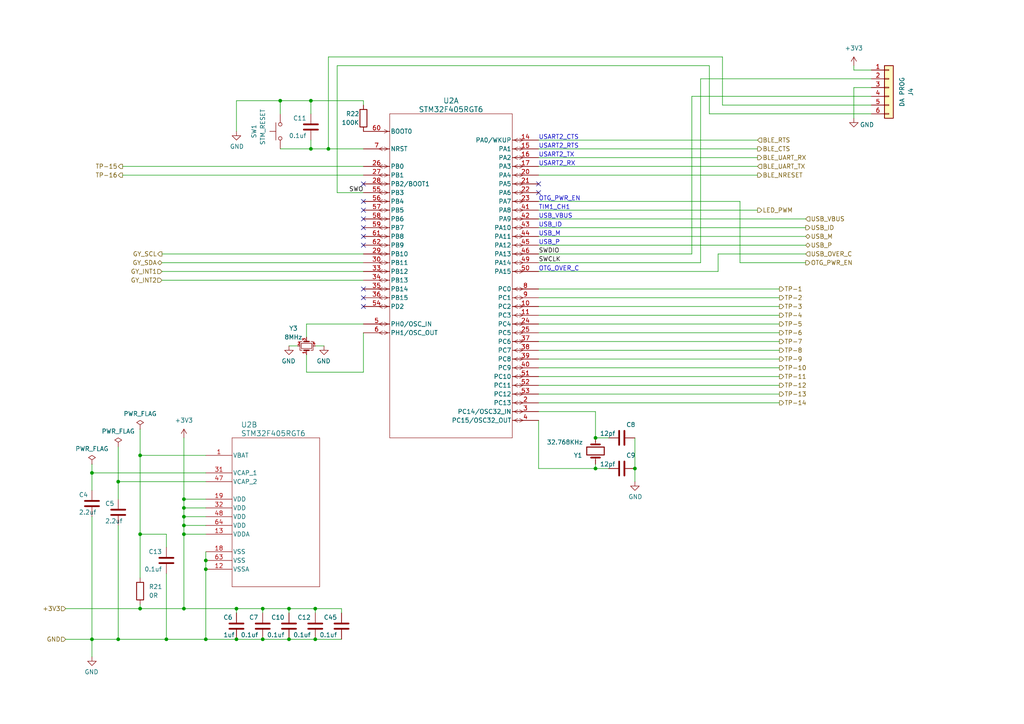
<source format=kicad_sch>
(kicad_sch (version 20230121) (generator eeschema)
  (paper "A4")
  (title_block (title "CPU") (date "2023-12-01") (rev "R0.1") (company "Up&Up") (comment 1 "Engineer: Pooh Cook") (comment 2 "Waddle Test Design"))
  (lib_symbols
    (symbol "Connector_Generic:Conn_01x06" (pin_names (offset 1.016) hide)
      (property "Reference" "J" (at 0 7.62 0))
      (property "Value" "Conn_01x06" (at 0 -10.16 0))
      (symbol "Conn_01x06_1_1"
        (pin passive line (at -5.08 5.08 0) (length 3.81) (name "Pin_1") (number "1"))
        (pin passive line (at -5.08 2.54 0) (length 3.81) (name "Pin_2") (number "2"))
        (pin passive line (at -5.08 0 0) (length 3.81) (name "Pin_3") (number "3"))
        (pin passive line (at -5.08 -2.54 0) (length 3.81) (name "Pin_4") (number "4"))
        (pin passive line (at -5.08 -5.08 0) (length 3.81) (name "Pin_5") (number "5"))
        (pin passive line (at -5.08 -7.62 0) (length 3.81) (name "Pin_6") (number "6"))
      )
    )
    (symbol "Device:C" (pin_numbers hide) (pin_names (offset 0.254))
      (property "Reference" "C" (at 0.635 2.54 0))
      (property "Value" "C" (at 0.635 -2.54 0))
      (symbol "C_1_1"
        (pin passive line (at 0 3.81 270) (length 2.794) (name "~") (number "1"))
        (pin passive line (at 0 -3.81 90) (length 2.794) (name "~") (number "2"))
      )
    )
    (symbol "Device:Crystal_GND24_Small" (pin_names (offset 1.016) hide)
      (property "Reference" "Y" (at 1.27 4.445 0))
      (property "Value" "Crystal_GND24_Small" (at 1.27 2.54 0))
      (symbol "Crystal_GND24_Small_1_1"
        (pin passive line (at -2.54 0 0) (length 1.27) (name "1") (number "1"))
        (pin passive line (at 0 -2.54 90) (length 0.635) (name "2") (number "2"))
        (pin passive line (at 2.54 0 180) (length 1.27) (name "3") (number "3"))
        (pin passive line (at 0 2.54 270) (length 0.635) (name "4") (number "4"))
      )
    )
    (symbol "Device:R" (pin_numbers hide) (pin_names (offset 0))
      (property "Reference" "R" (at 2.032 0 90))
      (property "Value" "R" (at 0 0 90))
      (symbol "R_1_1"
        (pin passive line (at 0 3.81 270) (length 1.27) (name "~") (number "1"))
        (pin passive line (at 0 -3.81 90) (length 1.27) (name "~") (number "2"))
      )
    )
    (symbol "local:STM32F405RGT6" (pin_names (offset 0.254))
      (property "Reference" "U" (at 25.4 10.16 0))
      (property "Value" "STM32F405RGT6" (at 25.4 7.62 0))
      (symbol "STM32F405RGT6_1_1"
        (pin bidirectional line (at 50.8 -50.8 180) (length 7.62) (name "PC2") (number "10"))
        (pin bidirectional line (at 50.8 -53.34 180) (length 7.62) (name "PC3") (number "11"))
        (pin bidirectional line (at 50.8 -2.54 180) (length 7.62) (name "PA0/WKUP") (number "14"))
        (pin bidirectional line (at 50.8 -5.08 180) (length 7.62) (name "PA1") (number "15"))
        (pin bidirectional line (at 50.8 -7.62 180) (length 7.62) (name "PA2") (number "16"))
        (pin bidirectional line (at 50.8 -10.16 180) (length 7.62) (name "PA3") (number "17"))
        (pin bidirectional line (at 50.8 -78.74 180) (length 7.62) (name "PC13") (number "2"))
        (pin bidirectional line (at 50.8 -12.7 180) (length 7.62) (name "PA4") (number "20"))
        (pin bidirectional line (at 50.8 -15.24 180) (length 7.62) (name "PA5") (number "21"))
        (pin bidirectional line (at 50.8 -17.78 180) (length 7.62) (name "PA6") (number "22"))
        (pin bidirectional line (at 50.8 -20.32 180) (length 7.62) (name "PA7") (number "23"))
        (pin bidirectional line (at 50.8 -55.88 180) (length 7.62) (name "PC4") (number "24"))
        (pin bidirectional line (at 50.8 -58.42 180) (length 7.62) (name "PC5") (number "25"))
        (pin bidirectional line (at 0 -10.16 0) (length 7.62) (name "PB0") (number "26"))
        (pin bidirectional line (at 0 -12.7 0) (length 7.62) (name "PB1") (number "27"))
        (pin bidirectional line (at 0 -15.24 0) (length 7.62) (name "PB2/BOOT1") (number "28"))
        (pin bidirectional line (at 0 -35.56 0) (length 7.62) (name "PB10") (number "29"))
        (pin bidirectional line (at 50.8 -81.28 180) (length 7.62) (name "PC14/OSC32_IN") (number "3"))
        (pin bidirectional line (at 0 -38.1 0) (length 7.62) (name "PB11") (number "30"))
        (pin bidirectional line (at 0 -40.64 0) (length 7.62) (name "PB12") (number "33"))
        (pin bidirectional line (at 0 -43.18 0) (length 7.62) (name "PB13") (number "34"))
        (pin bidirectional line (at 0 -45.72 0) (length 7.62) (name "PB14") (number "35"))
        (pin bidirectional line (at 0 -48.26 0) (length 7.62) (name "PB15") (number "36"))
        (pin bidirectional line (at 50.8 -60.96 180) (length 7.62) (name "PC6") (number "37"))
        (pin bidirectional line (at 50.8 -63.5 180) (length 7.62) (name "PC7") (number "38"))
        (pin bidirectional line (at 50.8 -66.04 180) (length 7.62) (name "PC8") (number "39"))
        (pin bidirectional line (at 50.8 -83.82 180) (length 7.62) (name "PC15/OSC32_OUT") (number "4"))
        (pin bidirectional line (at 50.8 -68.58 180) (length 7.62) (name "PC9") (number "40"))
        (pin bidirectional line (at 50.8 -22.86 180) (length 7.62) (name "PA8") (number "41"))
        (pin bidirectional line (at 50.8 -25.4 180) (length 7.62) (name "PA9") (number "42"))
        (pin bidirectional line (at 50.8 -27.94 180) (length 7.62) (name "PA10") (number "43"))
        (pin bidirectional line (at 50.8 -30.48 180) (length 7.62) (name "PA11") (number "44"))
        (pin bidirectional line (at 50.8 -33.02 180) (length 7.62) (name "PA12") (number "45"))
        (pin bidirectional line (at 50.8 -35.56 180) (length 7.62) (name "PA13") (number "46"))
        (pin bidirectional line (at 50.8 -38.1 180) (length 7.62) (name "PA14") (number "49"))
        (pin bidirectional line (at 0 -55.88 0) (length 7.62) (name "PH0/OSC_IN") (number "5"))
        (pin bidirectional line (at 50.8 -40.64 180) (length 7.62) (name "PA15") (number "50"))
        (pin bidirectional line (at 50.8 -71.12 180) (length 7.62) (name "PC10") (number "51"))
        (pin bidirectional line (at 50.8 -73.66 180) (length 7.62) (name "PC11") (number "52"))
        (pin bidirectional line (at 50.8 -76.2 180) (length 7.62) (name "PC12") (number "53"))
        (pin bidirectional line (at 0 -50.8 0) (length 7.62) (name "PD2") (number "54"))
        (pin bidirectional line (at 0 -17.78 0) (length 7.62) (name "PB3") (number "55"))
        (pin bidirectional line (at 0 -20.32 0) (length 7.62) (name "PB4") (number "56"))
        (pin bidirectional line (at 0 -22.86 0) (length 7.62) (name "PB5") (number "57"))
        (pin bidirectional line (at 0 -25.4 0) (length 7.62) (name "PB6") (number "58"))
        (pin bidirectional line (at 0 -27.94 0) (length 7.62) (name "PB7") (number "59"))
        (pin bidirectional line (at 0 -58.42 0) (length 7.62) (name "PH1/OSC_OUT") (number "6"))
        (pin input line (at 0 0 0) (length 7.62) (name "BOOT0") (number "60"))
        (pin bidirectional line (at 0 -30.48 0) (length 7.62) (name "PB8") (number "61"))
        (pin bidirectional line (at 0 -33.02 0) (length 7.62) (name "PB9") (number "62"))
        (pin bidirectional line (at 0 -5.08 0) (length 7.62) (name "NRST") (number "7"))
        (pin bidirectional line (at 50.8 -45.72 180) (length 7.62) (name "PC0") (number "8"))
        (pin bidirectional line (at 50.8 -48.26 180) (length 7.62) (name "PC1") (number "9"))
      )
      (symbol "STM32F405RGT6_2_1"
        (pin power_in line (at 0 0 0) (length 7.62) (name "VBAT") (number "1"))
        (pin power_in line (at 0 -33.02 0) (length 7.62) (name "VSSA") (number "12"))
        (pin power_in line (at 0 -22.86 0) (length 7.62) (name "VDDA") (number "13"))
        (pin power_in line (at 0 -27.94 0) (length 7.62) (name "VSS") (number "18"))
        (pin power_in line (at 0 -12.7 0) (length 7.62) (name "VDD") (number "19"))
        (pin power_in line (at 0 -5.08 0) (length 7.62) (name "VCAP_1") (number "31"))
        (pin power_in line (at 0 -15.24 0) (length 7.62) (name "VDD") (number "32"))
        (pin power_in line (at 0 -7.62 0) (length 7.62) (name "VCAP_2") (number "47"))
        (pin power_in line (at 0 -17.78 0) (length 7.62) (name "VDD") (number "48"))
        (pin power_in line (at 0 -30.48 0) (length 7.62) (name "VSS") (number "63"))
        (pin power_in line (at 0 -20.32 0) (length 7.62) (name "VDD") (number "64"))
      )
    )
    (symbol "local_symbols:SW_Push" (pin_numbers hide) (pin_names (offset 1.016) hide)
      (property "Reference" "SW" (at 1.27 2.54 0))
      (property "Value" "SW_Push" (at 0 -1.524 0))
      (symbol "SW_Push_0_1"
        (pin passive line (at -5.08 0 0) (length 2.54) (name "1") (number "1"))
        (pin passive line (at 5.08 0 180) (length 2.54) (name "2") (number "2"))
      )
    )
    (symbol "power:+3V3" (power) (pin_names (offset 0))
      (property "Value" "+3V3" (at 0 3.556 0))
      (symbol "+3V3_1_1"
        (pin power_in line (at 0 0 90) (length 0) hide (name "+3V3") (number "1"))
      )
    )
    (symbol "power:GND" (power) (pin_names (offset 0))
      (property "Value" "GND" (at 0 -3.81 0))
      (symbol "GND_1_1"
        (pin power_in line (at 0 0 270) (length 0) hide (name "GND") (number "1"))
      )
    )
    (symbol "power:PWR_FLAG" (power) (pin_numbers hide) (pin_names (offset 0) hide)
      (property "Value" "PWR_FLAG" (at 0 3.81 0))
      (symbol "PWR_FLAG_0_0"
        (pin power_out line (at 0 0 90) (length 0) (name "pwr") (number "1"))
      )
    )
    (symbol "sb4_module_local:Crystal" (pin_numbers hide) (pin_names (offset 1.016) hide)
      (property "Reference" "Y" (at 0 3.81 0))
      (property "Value" "Crystal" (at 0 -3.81 0))
      (symbol "Crystal_1_1"
        (pin passive line (at -3.81 0 0) (length 1.27) (name "1") (number "1"))
        (pin passive line (at 3.81 0 180) (length 1.27) (name "2") (number "2"))
      )
    )
  )
  (junction (at 90.17 43.18))
  (junction (at 53.34 176.53))
  (junction (at 59.69 165.1))
  (junction (at 48.26 185.42))
  (junction (at 68.58 185.42))
  (junction (at 53.34 152.4))
  (junction (at 40.64 132.08))
  (junction (at 53.34 144.78))
  (junction (at 91.44 185.42))
  (junction (at 34.29 185.42))
  (junction (at 172.72 127))
  (junction (at 95.25 43.18))
  (junction (at 40.64 176.53))
  (junction (at 83.82 176.53))
  (junction (at 76.2 176.53))
  (junction (at 172.72 135.89))
  (junction (at 53.34 149.86))
  (junction (at 59.69 185.42))
  (junction (at 76.2 185.42))
  (junction (at 68.58 176.53))
  (junction (at 90.17 29.21))
  (junction (at 34.29 139.7))
  (junction (at 184.15 135.89))
  (junction (at 40.64 154.94))
  (junction (at 91.44 176.53))
  (junction (at 81.28 29.21))
  (junction (at 53.34 147.32))
  (junction (at 26.67 137.16))
  (junction (at 59.69 162.56))
  (junction (at 26.67 185.42))
  (junction (at 83.82 185.42))
  (junction (at 53.34 154.94))
  (no_connect (at 105.41 58.42))
  (no_connect (at 105.41 63.5))
  (no_connect (at 105.41 66.04))
  (no_connect (at 105.41 60.96))
  (no_connect (at 105.41 83.82))
  (no_connect (at 105.41 53.34))
  (no_connect (at 105.41 88.9))
  (no_connect (at 156.21 55.88))
  (no_connect (at 156.21 53.34))
  (no_connect (at 105.41 86.36))
  (no_connect (at 105.41 71.12))
  (no_connect (at 105.41 68.58))
  (wire (pts (xy 156.21 73.66) (xy 200.66 73.66)))
  (wire (pts (xy 83.82 185.42) (xy 76.2 185.42)))
  (wire (pts (xy 34.29 144.78) (xy 34.29 139.7)))
  (wire (pts (xy 91.44 176.53) (xy 83.82 176.53)))
  (wire (pts (xy 200.66 27.94) (xy 252.73 27.94)))
  (wire (pts (xy 48.26 154.94) (xy 40.64 154.94)))
  (wire (pts (xy 156.21 106.68) (xy 226.06 106.68)))
  (wire (pts (xy 156.21 40.64) (xy 219.71 40.64)))
  (wire (pts (xy 156.21 58.42) (xy 214.63 58.42)))
  (wire (pts (xy 91.44 100.33) (xy 93.98 100.33)))
  (wire (pts (xy 203.2 22.86) (xy 203.2 76.2)))
  (wire (pts (xy 176.53 135.89) (xy 172.72 135.89)))
  (wire (pts (xy 59.69 160.02) (xy 59.69 162.56)))
  (wire (pts (xy 19.05 185.42) (xy 26.67 185.42)))
  (wire (pts (xy 88.9 107.95) (xy 105.41 107.95)))
  (wire (pts (xy 99.06 176.53) (xy 91.44 176.53)))
  (wire (pts (xy 83.82 176.53) (xy 83.82 177.8)))
  (wire (pts (xy 88.9 97.79) (xy 88.9 93.98)))
  (wire (pts (xy 156.21 76.2) (xy 203.2 76.2)))
  (wire (pts (xy 209.55 16.51) (xy 209.55 30.48)))
  (wire (pts (xy 68.58 185.42) (xy 76.2 185.42)))
  (wire (pts (xy 91.44 185.42) (xy 83.82 185.42)))
  (wire (pts (xy 205.74 33.02) (xy 205.74 19.05)))
  (wire (pts (xy 156.21 68.58) (xy 233.68 68.58)))
  (wire (pts (xy 53.34 149.86) (xy 53.34 152.4)))
  (wire (pts (xy 156.21 48.26) (xy 219.71 48.26)))
  (wire (pts (xy 105.41 48.26) (xy 35.56 48.26)))
  (wire (pts (xy 68.58 176.53) (xy 68.58 177.8)))
  (wire (pts (xy 156.21 91.44) (xy 226.06 91.44)))
  (wire (pts (xy 95.25 43.18) (xy 105.41 43.18)))
  (wire (pts (xy 26.67 142.24) (xy 26.67 137.16)))
  (wire (pts (xy 247.65 20.32) (xy 247.65 19.05)))
  (wire (pts (xy 53.34 149.86) (xy 59.69 149.86)))
  (wire (pts (xy 34.29 139.7) (xy 59.69 139.7)))
  (wire (pts (xy 156.21 114.3) (xy 226.06 114.3)))
  (wire (pts (xy 53.34 144.78) (xy 53.34 147.32)))
  (wire (pts (xy 48.26 166.37) (xy 48.26 185.42)))
  (wire (pts (xy 46.99 78.74) (xy 105.41 78.74)))
  (wire (pts (xy 252.73 25.4) (xy 247.65 25.4)))
  (wire (pts (xy 46.99 76.2) (xy 105.41 76.2)))
  (wire (pts (xy 97.79 55.88) (xy 105.41 55.88)))
  (wire (pts (xy 156.21 109.22) (xy 226.06 109.22)))
  (wire (pts (xy 172.72 135.89) (xy 156.21 135.89)))
  (wire (pts (xy 205.74 33.02) (xy 252.73 33.02)))
  (wire (pts (xy 59.69 165.1) (xy 59.69 185.42)))
  (wire (pts (xy 247.65 25.4) (xy 247.65 34.29)))
  (wire (pts (xy 83.82 176.53) (xy 76.2 176.53)))
  (wire (pts (xy 40.64 154.94) (xy 40.64 167.64)))
  (wire (pts (xy 59.69 185.42) (xy 68.58 185.42)))
  (wire (pts (xy 184.15 135.89) (xy 184.15 139.7)))
  (wire (pts (xy 208.28 73.66) (xy 233.68 73.66)))
  (wire (pts (xy 59.69 144.78) (xy 53.34 144.78)))
  (wire (pts (xy 214.63 76.2) (xy 233.68 76.2)))
  (wire (pts (xy 172.72 127) (xy 172.72 119.38)))
  (wire (pts (xy 68.58 176.53) (xy 76.2 176.53)))
  (wire (pts (xy 68.58 29.21) (xy 68.58 38.1)))
  (wire (pts (xy 90.17 43.18) (xy 95.25 43.18)))
  (wire (pts (xy 90.17 29.21) (xy 90.17 33.02)))
  (wire (pts (xy 40.64 176.53) (xy 40.64 175.26)))
  (wire (pts (xy 81.28 43.18) (xy 90.17 43.18)))
  (wire (pts (xy 156.21 101.6) (xy 226.06 101.6)))
  (wire (pts (xy 156.21 63.5) (xy 233.68 63.5)))
  (wire (pts (xy 95.25 16.51) (xy 209.55 16.51)))
  (wire (pts (xy 156.21 86.36) (xy 226.06 86.36)))
  (wire (pts (xy 26.67 134.62) (xy 26.67 137.16)))
  (wire (pts (xy 252.73 20.32) (xy 247.65 20.32)))
  (wire (pts (xy 53.34 147.32) (xy 59.69 147.32)))
  (wire (pts (xy 90.17 29.21) (xy 105.41 29.21)))
  (wire (pts (xy 209.55 30.48) (xy 252.73 30.48)))
  (wire (pts (xy 156.21 78.74) (xy 208.28 78.74)))
  (wire (pts (xy 53.34 147.32) (xy 53.34 149.86)))
  (wire (pts (xy 97.79 19.05) (xy 97.79 55.88)))
  (wire (pts (xy 105.41 96.52) (xy 105.41 107.95)))
  (wire (pts (xy 172.72 119.38) (xy 156.21 119.38)))
  (wire (pts (xy 156.21 83.82) (xy 226.06 83.82)))
  (wire (pts (xy 34.29 129.54) (xy 34.29 139.7)))
  (wire (pts (xy 156.21 111.76) (xy 226.06 111.76)))
  (wire (pts (xy 95.25 16.51) (xy 95.25 43.18)))
  (wire (pts (xy 40.64 124.46) (xy 40.64 132.08)))
  (wire (pts (xy 105.41 50.8) (xy 35.56 50.8)))
  (wire (pts (xy 91.44 185.42) (xy 99.06 185.42)))
  (wire (pts (xy 156.21 88.9) (xy 226.06 88.9)))
  (wire (pts (xy 99.06 177.8) (xy 99.06 176.53)))
  (wire (pts (xy 156.21 66.04) (xy 233.68 66.04)))
  (wire (pts (xy 46.99 81.28) (xy 105.41 81.28)))
  (wire (pts (xy 172.72 134.62) (xy 172.72 135.89)))
  (wire (pts (xy 26.67 149.86) (xy 26.67 185.42)))
  (wire (pts (xy 40.64 176.53) (xy 53.34 176.53)))
  (wire (pts (xy 176.53 127) (xy 172.72 127)))
  (wire (pts (xy 34.29 185.42) (xy 48.26 185.42)))
  (wire (pts (xy 26.67 185.42) (xy 26.67 190.5)))
  (wire (pts (xy 81.28 29.21) (xy 81.28 33.02)))
  (wire (pts (xy 91.44 176.53) (xy 91.44 177.8)))
  (wire (pts (xy 208.28 78.74) (xy 208.28 73.66)))
  (wire (pts (xy 156.21 60.96) (xy 219.71 60.96)))
  (wire (pts (xy 203.2 22.86) (xy 252.73 22.86)))
  (wire (pts (xy 19.05 176.53) (xy 40.64 176.53)))
  (wire (pts (xy 156.21 96.52) (xy 226.06 96.52)))
  (wire (pts (xy 48.26 185.42) (xy 59.69 185.42)))
  (wire (pts (xy 59.69 132.08) (xy 40.64 132.08)))
  (wire (pts (xy 184.15 127) (xy 184.15 135.89)))
  (wire (pts (xy 53.34 152.4) (xy 53.34 154.94)))
  (wire (pts (xy 26.67 137.16) (xy 59.69 137.16)))
  (wire (pts (xy 53.34 176.53) (xy 68.58 176.53)))
  (wire (pts (xy 156.21 71.12) (xy 233.68 71.12)))
  (wire (pts (xy 214.63 58.42) (xy 214.63 76.2)))
  (wire (pts (xy 53.34 152.4) (xy 59.69 152.4)))
  (wire (pts (xy 156.21 104.14) (xy 226.06 104.14)))
  (wire (pts (xy 53.34 154.94) (xy 59.69 154.94)))
  (wire (pts (xy 34.29 152.4) (xy 34.29 185.42)))
  (wire (pts (xy 81.28 29.21) (xy 90.17 29.21)))
  (wire (pts (xy 48.26 158.75) (xy 48.26 154.94)))
  (wire (pts (xy 53.34 127) (xy 53.34 144.78)))
  (wire (pts (xy 59.69 162.56) (xy 59.69 165.1)))
  (wire (pts (xy 156.21 43.18) (xy 219.71 43.18)))
  (wire (pts (xy 76.2 176.53) (xy 76.2 177.8)))
  (wire (pts (xy 88.9 102.87) (xy 88.9 107.95)))
  (wire (pts (xy 46.99 73.66) (xy 105.41 73.66)))
  (wire (pts (xy 156.21 45.72) (xy 219.71 45.72)))
  (wire (pts (xy 26.67 185.42) (xy 34.29 185.42)))
  (wire (pts (xy 156.21 50.8) (xy 219.71 50.8)))
  (wire (pts (xy 105.41 29.21) (xy 105.41 30.48)))
  (wire (pts (xy 156.21 99.06) (xy 226.06 99.06)))
  (wire (pts (xy 156.21 93.98) (xy 226.06 93.98)))
  (wire (pts (xy 40.64 132.08) (xy 40.64 154.94)))
  (wire (pts (xy 83.82 100.33) (xy 86.36 100.33)))
  (wire (pts (xy 90.17 40.64) (xy 90.17 43.18)))
  (wire (pts (xy 88.9 93.98) (xy 105.41 93.98)))
  (wire (pts (xy 205.74 19.05) (xy 97.79 19.05)))
  (wire (pts (xy 200.66 27.94) (xy 200.66 73.66)))
  (wire (pts (xy 156.21 121.92) (xy 156.21 135.89)))
  (wire (pts (xy 53.34 154.94) (xy 53.34 176.53)))
  (wire (pts (xy 68.58 29.21) (xy 81.28 29.21)))
  (wire (pts (xy 156.21 116.84) (xy 226.06 116.84)))
  (text "USART2_RTS" (at 156.21 43.18 0) (effects (font (size 1.27 1.27)) (justify left bottom)))
  (text "USB_VBUS" (at 156.21 63.5 0) (effects (font (size 1.27 1.27)) (justify left bottom)))
  (text "OTG_PWR_EN" (at 156.21 58.42 0) (effects (font (size 1.27 1.27)) (justify left bottom)))
  (text "USART2_TX" (at 156.21 45.72 0) (effects (font (size 1.27 1.27)) (justify left bottom)))
  (text "USART2_CTS" (at 156.21 40.64 0) (effects (font (size 1.27 1.27)) (justify left bottom)))
  (text "USB_ID" (at 156.21 66.04 0) (effects (font (size 1.27 1.27)) (justify left bottom)))
  (text "OTG_OVER_C" (at 156.21 78.74 0) (effects (font (size 1.27 1.27)) (justify left bottom)))
  (text "USART2_RX" (at 156.21 48.26 0) (effects (font (size 1.27 1.27)) (justify left bottom)))
  (text "USB_M\n" (at 156.21 68.58 0) (effects (font (size 1.27 1.27)) (justify left bottom)))
  (text "TIM1_CH1" (at 156.21 60.96 0) (effects (font (size 1.27 1.27)) (justify left bottom)))
  (text "USB_P" (at 156.21 71.12 0) (effects (font (size 1.27 1.27)) (justify left bottom)))
  (label "SWO" (at 105.41 55.88 180))
  (label "SWCLK" (at 156.21 76.2 0))
  (label "SWDIO" (at 156.21 73.66 0))
  (hierarchical_label "TP-16" (shape output) (at 35.56 50.8 180))
  (hierarchical_label "BLE_NRESET" (shape output) (at 219.71 50.8 0))
  (hierarchical_label "GY_INT2" (shape input) (at 46.99 81.28 180))
  (hierarchical_label "TP-7" (shape output) (at 226.06 99.06 0))
  (hierarchical_label "TP-9" (shape output) (at 226.06 104.14 0))
  (hierarchical_label "OTG_PWR_EN" (shape output) (at 233.68 76.2 0))
  (hierarchical_label "TP-2" (shape output) (at 226.06 86.36 0))
  (hierarchical_label "TP-3" (shape output) (at 226.06 88.9 0))
  (hierarchical_label "GY_SCL" (shape output) (at 46.99 73.66 180))
  (hierarchical_label "USB_P" (shape bidirectional) (at 233.68 71.12 0))
  (hierarchical_label "TP-8" (shape output) (at 226.06 101.6 0))
  (hierarchical_label "TP-12" (shape output) (at 226.06 111.76 0))
  (hierarchical_label "TP-14" (shape output) (at 226.06 116.84 0))
  (hierarchical_label "USB_ID" (shape output) (at 233.68 66.04 0))
  (hierarchical_label "TP-15" (shape output) (at 35.56 48.26 180))
  (hierarchical_label "BLE_RTS" (shape input) (at 219.71 40.64 0))
  (hierarchical_label "TP-5" (shape output) (at 226.06 93.98 0))
  (hierarchical_label "BLE_UART_RX" (shape output) (at 219.71 45.72 0))
  (hierarchical_label "TP-4" (shape output) (at 226.06 91.44 0))
  (hierarchical_label "GY_INT1" (shape input) (at 46.99 78.74 180))
  (hierarchical_label "TP-1" (shape output) (at 226.06 83.82 0))
  (hierarchical_label "TP-13" (shape output) (at 226.06 114.3 0))
  (hierarchical_label "USB_M" (shape bidirectional) (at 233.68 68.58 0))
  (hierarchical_label "TP-6" (shape output) (at 226.06 96.52 0))
  (hierarchical_label "USB_VBUS" (shape input) (at 233.68 63.5 0))
  (hierarchical_label "USB_OVER_C" (shape input) (at 233.68 73.66 0))
  (hierarchical_label "+3V3" (shape input) (at 19.05 176.53 180))
  (hierarchical_label "BLE_CTS" (shape output) (at 219.71 43.18 0))
  (hierarchical_label "TP-10" (shape output) (at 226.06 106.68 0))
  (hierarchical_label "GND" (shape input) (at 19.05 185.42 180))
  (hierarchical_label "BLE_UART_TX" (shape input) (at 219.71 48.26 0))
  (hierarchical_label "LED_PWM" (shape output) (at 219.71 60.96 0))
  (hierarchical_label "GY_SDA" (shape bidirectional) (at 46.99 76.2 180))
  (hierarchical_label "TP-11" (shape output) (at 226.06 109.22 0))
  (symbol (lib_id "Device:C") (at 180.34 127 90) (unit 1)
    (property "Reference" "C8" (at 181.61 123.19 90) (effects (justify right)))
    (property "Value" "12pf" (at 173.99 125.73 90) (effects (justify right)))
    (property "Footprint" "Capacitor_SMD:C_0603_1608Metric" (effects hide))
    (property "Datasheet" "https://www.yageo.com/upload/media/product/productsearch/datasheet/mlcc/UPY-GP_NP0_16V-to-50V_18.pdf" (effects hide))
    (property "PartNumber" "TCC0603COG120J500CT" (effects hide))
    (property "LCSC Part Number" "C376767" (effects hide))
    (property "cost" "0.0016" (effects hide))
    (instances (project "waddle" (path "" (reference "C8") (unit 1))) (project "SCH_SB4_TestFixture" (path "" (reference "C39") (unit 1))) (project "sb4_module" (path "" (reference "C39") (unit 1))) (project "lumpy" (path "" (reference "C6") (unit 1))))
  )
  (symbol (lib_id "power:GND") (at 184.15 139.7 0) (unit 1)
    (property "Reference" "#PWR07" (effects hide))
    (property "Value" "GND" (at 184.277 144.0942 0))
    (instances (project "waddle" (path "" (reference "#PWR07") (unit 1))) (project "SCH_SB4_TestFixture" (path "" (reference "#PWR065") (unit 1))) (project "sb4_module" (path "" (reference "#PWR065") (unit 1))) (project "lumpy" (path "" (reference "#PWR06") (unit 1))))
  )
  (symbol (lib_id "sb4_module_local:Crystal") (at 172.72 130.81 90) (unit 1)
    (property "Reference" "Y1" (at 167.64 132.08 90))
    (property "Value" "32.768KHz" (at 163.83 128.27 90))
    (property "Footprint" "local:Crystal_SMD_3215-2Pin_3.2x1.5mm" (effects hide))
    (property "PartNumber" "CM7V-T1A-32.768KHZ-12.5PF" (effects hide))
    (property "LCSC Part Number" "C48615" (effects hide))
    (property "cost" "0.1535" (effects hide))
    (instances (project "waddle" (path "" (reference "Y1") (unit 1))) (project "SCH_SB4_TestFixture" (path "" (reference "Y2") (unit 1))) (project "sb4_module" (path "" (reference "Y2") (unit 1))) (project "lumpy" (path "" (reference "Y1") (unit 1))))
  )
  (symbol (lib_id "Device:C") (at 180.34 135.89 90) (unit 1)
    (property "Reference" "C9" (at 181.61 132.08 90) (effects (justify right)))
    (property "Value" "12pf" (at 173.99 134.62 90) (effects (justify right)))
    (property "Footprint" "Capacitor_SMD:C_0603_1608Metric" (effects hide))
    (property "Datasheet" "https://www.yageo.com/upload/media/product/productsearch/datasheet/mlcc/UPY-GP_NP0_16V-to-50V_18.pdf" (effects hide))
    (property "PartNumber" "TCC0603COG120J500CT" (effects hide))
    (property "LCSC Part Number" "C376767" (effects hide))
    (property "cost" "0.0016" (effects hide))
    (instances (project "waddle" (path "" (reference "C9") (unit 1))) (project "SCH_SB4_TestFixture" (path "" (reference "C40") (unit 1))) (project "sb4_module" (path "" (reference "C40") (unit 1))) (project "lumpy" (path "" (reference "C7") (unit 1))))
  )
  (symbol (lib_id "Device:R") (at 105.41 34.29 0) (unit 1)
    (property "Reference" "R22" (at 100.33 33.02 0) (effects (justify left)))
    (property "Value" "100K" (at 99.06 35.56 0) (effects (justify left)))
    (property "Footprint" "Resistor_SMD:R_0603_1608Metric" (effects hide))
    (property "LCSC Part Number" "C25803" (effects hide))
    (property "PartNumber" "0603WAF1003T5E" (effects hide))
    (property "cost" "0.0005" (effects hide))
    (instances (project "waddle" (path "" (reference "R22") (unit 1))) (project "SCH_SB4_TestFixture" (path "" (reference "R98") (unit 1))) (project "sb4_module" (path "" (reference "R37") (unit 1))) (project "lumpy" (path "" (reference "R2") (unit 1))))
  )
  (symbol (lib_id "power:GND") (at 68.58 38.1 0) (unit 1)
    (property "Reference" "#PWR06" (effects hide))
    (property "Value" "GND" (at 68.707 42.4942 0))
    (instances (project "waddle" (path "" (reference "#PWR06") (unit 1))) (project "SCH_SB4_TestFixture" (path "" (reference "#PWR068") (unit 1))) (project "sb4_module" (path "" (reference "#PWR068") (unit 1))) (project "lumpy" (path "" (reference "#PWR09") (unit 1))))
  )
  (symbol (lib_id "Device:C") (at 68.58 181.61 0) (mirror y) (unit 1)
    (property "Reference" "C6" (at 64.77 179.07 0) (effects (justify right)))
    (property "Value" "1uf" (at 64.77 184.15 0) (effects (justify right)))
    (property "Footprint" "Capacitor_SMD:C_0603_1608Metric" (effects hide))
    (property "Datasheet" "Samsung-Electro-Mechanics-CL21B105KBFNNNE_C28323.pdf" (effects hide))
    (property "PartNumber" "CL10A105KB8NNNC" (effects hide))
    (property "LCSC Part Number" "C15849" (effects hide))
    (property "cost" "0.0031" (effects hide))
    (instances (project "waddle" (path "" (reference "C6") (unit 1))) (project "SCH_SB4_TestFixture" (path "" (reference "C42") (unit 1))) (project "sb4_module" (path "" (reference "C42") (unit 1))) (project "lumpy" (path "" (reference "C9") (unit 1))))
  )
  (symbol (lib_id "Device:C") (at 76.2 181.61 0) (mirror y) (unit 1)
    (property "Reference" "C7" (at 74.93 179.07 0) (effects (justify left)))
    (property "Value" "0.1uf" (at 74.93 184.15 0) (effects (justify left)))
    (property "Footprint" "Capacitor_SMD:C_0603_1608Metric" (effects hide))
    (property "PartNumber" "CC0603KRX7R9BB104" (effects hide))
    (property "LCSC Part Number" "C14663" (effects hide))
    (property "cost" "0.0013" (effects hide))
    (instances (project "waddle" (path "" (reference "C7") (unit 1))) (project "SCH_SB4_TestFixture" (path "" (reference "C43") (unit 1))) (project "sb4_module" (path "" (reference "C43") (unit 1))) (project "lumpy" (path "" (reference "C10") (unit 1))))
  )
  (symbol (lib_id "Device:C") (at 83.82 181.61 0) (mirror y) (unit 1)
    (property "Reference" "C10" (at 82.55 179.07 0) (effects (justify left)))
    (property "Value" "0.1uf" (at 82.55 184.15 0) (effects (justify left)))
    (property "Footprint" "Capacitor_SMD:C_0603_1608Metric" (effects hide))
    (property "PartNumber" "CC0603KRX7R9BB104" (effects hide))
    (property "LCSC Part Number" "C14663" (effects hide))
    (property "cost" "0.0013" (effects hide))
    (instances (project "waddle" (path "" (reference "C10") (unit 1))) (project "SCH_SB4_TestFixture" (path "" (reference "C44") (unit 1))) (project "sb4_module" (path "" (reference "C44") (unit 1))) (project "lumpy" (path "" (reference "C11") (unit 1))))
  )
  (symbol (lib_id "Device:C") (at 91.44 181.61 0) (mirror y) (unit 1)
    (property "Reference" "C12" (at 90.17 179.07 0) (effects (justify left)))
    (property "Value" "0.1uf" (at 90.17 184.15 0) (effects (justify left)))
    (property "Footprint" "Capacitor_SMD:C_0603_1608Metric" (effects hide))
    (property "PartNumber" "CC0603KRX7R9BB104" (effects hide))
    (property "LCSC Part Number" "C14663" (effects hide))
    (property "cost" "0.0013" (effects hide))
    (instances (project "waddle" (path "" (reference "C12") (unit 1))) (project "SCH_SB4_TestFixture" (path "" (reference "C45") (unit 1))) (project "sb4_module" (path "" (reference "C45") (unit 1))) (project "lumpy" (path "" (reference "C12") (unit 1))))
  )
  (symbol (lib_id "Device:C") (at 48.26 162.56 0) (mirror y) (unit 1)
    (property "Reference" "C13" (at 46.99 160.02 0) (effects (justify left)))
    (property "Value" "0.1uf" (at 46.99 165.1 0) (effects (justify left)))
    (property "Footprint" "Capacitor_SMD:C_0603_1608Metric" (effects hide))
    (property "PartNumber" "CC0603KRX7R9BB104" (effects hide))
    (property "LCSC Part Number" "C14663" (effects hide))
    (property "cost" "0.0013" (effects hide))
    (instances (project "waddle" (path "" (reference "C13") (unit 1))) (project "SCH_SB4_TestFixture" (path "" (reference "C46") (unit 1))) (project "sb4_module" (path "" (reference "C46") (unit 1))) (project "lumpy" (path "" (reference "C13") (unit 1))))
  )
  (symbol (lib_id "power:GND") (at 26.67 190.5 0) (mirror y) (unit 1)
    (property "Reference" "#PWR04" (effects hide))
    (property "Value" "GND" (at 26.543 194.8942 0))
    (instances (project "waddle" (path "" (reference "#PWR04") (unit 1))) (project "SCH_SB4_TestFixture" (path "" (reference "#PWR066") (unit 1))) (project "sb4_module" (path "" (reference "#PWR066") (unit 1))) (project "lumpy" (path "" (reference "#PWR05") (unit 1))))
  )
  (symbol (lib_id "power:PWR_FLAG") (at 40.64 124.46 0) (unit 1)
    (property "Reference" "#FLG03" (effects hide))
    (property "Value" "PWR_FLAG" (at 40.64 120.015 0))
    (instances (project "waddle" (path "" (reference "#FLG03") (unit 1))) (project "SCH_SB4_TestFixture" (path "" (reference "#FLG04") (unit 1))) (project "sb4_module" (path "" (reference "#FLG04") (unit 1))) (project "lumpy" (path "" (reference "#FLG01") (unit 1))))
  )
  (symbol (lib_id "Device:C") (at 99.06 181.61 0) (mirror y) (unit 1)
    (property "Reference" "C45" (at 97.79 179.07 0) (effects (justify left)))
    (property "Value" "0.1uf" (at 97.79 184.15 0) (effects (justify left)))
    (property "Footprint" "Capacitor_SMD:C_0603_1608Metric" (effects hide))
    (property "PartNumber" "CC0603KRX7R9BB104" (effects hide))
    (property "LCSC Part Number" "C14663" (effects hide))
    (property "cost" "0.0013" (effects hide))
    (instances (project "waddle" (path "" (reference "C45") (unit 1))) (project "SCH_SB4_TestFixture" (path "" (reference "C45") (unit 1))) (project "sb4_module" (path "" (reference "C45") (unit 1))) (project "lumpy" (path "" (reference "C12") (unit 1))))
  )
  (symbol (lib_id "power:+3V3") (at 247.65 19.05 0) (unit 1)
    (property "Reference" "#PWR08" (effects hide))
    (property "Value" "+3V3" (at 247.65 13.97 0))
    (instances (project "waddle" (path "" (reference "#PWR08") (unit 1))) (project "SCH_SB4_TestFixture" (path "" (reference "#PWR0115") (unit 1))) (project "sb4_module" (path "" (reference "#PWR0115") (unit 1))) (project "lumpy" (path "" (reference "#PWR011") (unit 1))))
  )
  (symbol (lib_id "Connector_Generic:Conn_01x06") (at 257.81 25.4 0) (unit 1)
    (property "Reference" "J4" (at 264.16 26.67 90))
    (property "Value" "DA PROG" (at 261.62 26.67 90))
    (property "Footprint" "local:CONN_20021221-00006T4LF_AMP" (effects hide))
    (instances (project "waddle" (path "" (reference "J4") (unit 1))) (project "lumpy" (path "" (reference "J7") (unit 1)) (path "" (reference "J4") (unit 1))))
  )
  (symbol (lib_id "Device:C") (at 26.67 146.05 0) (mirror y) (unit 1)
    (property "Reference" "C4" (at 22.86 143.51 0) (effects (justify right)))
    (property "Value" "2.2uf" (at 22.86 148.59 0) (effects (justify right)))
    (property "Footprint" "Capacitor_SMD:C_0603_1608Metric" (effects hide))
    (property "PartNumber" "CL10A225KO8NNNC" (effects hide))
    (property "LCSC Part Number" "C23630" (effects hide))
    (property "cost" "0.0043" (effects hide))
    (instances (project "waddle" (path "" (reference "C4") (unit 1))) (project "SCH_SB4_TestFixture" (path "" (reference "C42") (unit 1))) (project "sb4_module" (path "" (reference "C42") (unit 1))) (project "lumpy" (path "" (reference "C9") (unit 1))))
  )
  (symbol (lib_id "Device:C") (at 34.29 148.59 0) (mirror y) (unit 1)
    (property "Reference" "C5" (at 30.48 146.05 0) (effects (justify right)))
    (property "Value" "2.2uf" (at 30.48 151.13 0) (effects (justify right)))
    (property "Footprint" "Capacitor_SMD:C_0603_1608Metric" (effects hide))
    (property "PartNumber" "CL10A225KO8NNNC" (effects hide))
    (property "LCSC Part Number" "C23630" (effects hide))
    (property "cost" "0.0043" (effects hide))
    (instances (project "waddle" (path "" (reference "C5") (unit 1))) (project "SCH_SB4_TestFixture" (path "" (reference "C42") (unit 1))) (project "sb4_module" (path "" (reference "C42") (unit 1))) (project "lumpy" (path "" (reference "C9") (unit 1))))
  )
  (symbol (lib_id "local_symbols:SW_Push") (at 81.28 38.1 90) (unit 1)
    (property "Reference" "SW1" (at 73.66 38.1 0))
    (property "Value" "STM_RESET" (at 76.2 36.83 0))
    (property "Footprint" "local:SW-4_5.1x5.1x2.5" (effects hide))
    (property "LCSC Part Number" "C318887" (effects hide))
    (property "PartNumber" "TS-1187A-C-E-B" (effects hide))
    (property "cost" "0.021" (effects hide))
  )
  (symbol (lib_id "power:+3V3") (at 53.34 127 0) (unit 1)
    (property "Reference" "#PWR05" (effects hide))
    (property "Value" "+3V3" (at 53.34 121.92 0))
    (instances (project "waddle" (path "" (reference "#PWR05") (unit 1))) (project "SCH_SB4_TestFixture" (path "" (reference "#PWR0115") (unit 1))) (project "sb4_module" (path "" (reference "#PWR0115") (unit 1))) (project "lumpy" (path "" (reference "#PWR010") (unit 1))))
  )
  (symbol (lib_id "power:PWR_FLAG") (at 34.29 129.54 0) (unit 1)
    (property "Reference" "#FLG02" (effects hide))
    (property "Value" "PWR_FLAG" (at 34.29 125.095 0))
    (instances (project "waddle" (path "" (reference "#FLG02") (unit 1))) (project "SCH_SB4_TestFixture" (path "" (reference "#FLG04") (unit 1))) (project "sb4_module" (path "" (reference "#FLG04") (unit 1))) (project "lumpy" (path "" (reference "#FLG01") (unit 1))))
  )
  (symbol (lib_id "power:GND") (at 93.98 100.33 0) (mirror y) (unit 1)
    (property "Reference" "#PWR023" (effects hide))
    (property "Value" "GND" (at 93.853 104.7242 0))
    (instances (project "waddle" (path "" (reference "#PWR023") (unit 1))) (project "SCH_SB4_TestFixture" (path "" (reference "#PWR065") (unit 1))) (project "sb4_module" (path "" (reference "#PWR065") (unit 1))) (project "lumpy" (path "" (reference "#PWR06") (unit 1))))
  )
  (symbol (lib_id "Device:C") (at 90.17 36.83 0) (mirror y) (unit 1)
    (property "Reference" "C11" (at 88.9 34.29 0) (effects (justify left)))
    (property "Value" "0.1uf" (at 88.9 39.37 0) (effects (justify left)))
    (property "Footprint" "Capacitor_SMD:C_0603_1608Metric" (effects hide))
    (property "PartNumber" "CC0603KRX7R9BB104" (effects hide))
    (property "LCSC Part Number" "C14663" (effects hide))
    (property "cost" "0.0013" (effects hide))
    (instances (project "waddle" (path "" (reference "C11") (unit 1))) (project "SCH_SB4_TestFixture" (path "" (reference "C41") (unit 1))) (project "sb4_module" (path "" (reference "C41") (unit 1))) (project "lumpy" (path "" (reference "C8") (unit 1))))
  )
  (symbol (lib_id "local:STM32F405RGT6") (at 105.41 38.1 0) (unit 1)
    (property "Reference" "U2" (at 130.81 29.21 0) (effects (font (size 1.524 1.524))))
    (property "Value" "STM32F405RGT6" (at 130.81 31.75 0) (effects (font (size 1.524 1.524))))
    (property "Footprint" "local:LQFP-64_10x10mm_P0.5mm" (effects hide))
    (property "Datasheet" "STM32F405RGT6" (effects hide))
    (property "LCSC Part Number" "C15742" (effects hide))
    (property "PartNumber" "STM32F405RGT6" (effects hide))
  )
  (symbol (lib_id "local:STM32F405RGT6") (at 59.69 132.08 0) (unit 2)
    (property "Reference" "U2" (at 69.85 123.19 0) (effects (font (size 1.524 1.524)) (justify left)))
    (property "Value" "STM32F405RGT6" (at 69.85 125.73 0) (effects (font (size 1.524 1.524)) (justify left)))
    (property "Footprint" "local:LQFP-64_10x10mm_P0.5mm" (effects hide))
    (property "Datasheet" "STM32F405RGT6" (effects hide))
    (property "LCSC Part Number" "C15742" (effects hide))
    (property "PartNumber" "STM32F405RGT6" (effects hide))
  )
  (symbol (lib_id "Device:R") (at 40.64 171.45 180) (unit 1)
    (property "Reference" "R21" (at 43.18 170.18 0) (effects (justify right)))
    (property "Value" "0R" (at 43.18 172.72 0) (effects (justify right)))
    (property "Footprint" "Resistor_SMD:R_0603_1608Metric" (effects hide))
    (property "LCSC Part Number" "C115304" (effects hide))
    (property "PartNumber" "RS-03000JT" (effects hide))
    (property "cost" "0.0007" (effects hide))
    (instances (project "waddle" (path "" (reference "R21") (unit 1))) (project "SCH_SB4_TestFixture" (path "" (reference "R97") (unit 1))) (project "sb4_module" (path "" (reference "R27") (unit 1)) (path "" (reference "R93") (unit 1))) (project "lumpy" (path "" (reference "R1") (unit 1))))
  )
  (symbol (lib_id "power:GND") (at 247.65 34.29 0) (mirror y) (unit 1)
    (property "Reference" "#PWR09" (effects hide))
    (property "Value" "GND" (at 251.46 36.195 0))
    (instances (project "waddle" (path "" (reference "#PWR09") (unit 1))) (project "SCH_SB4_TestFixture" (path "" (reference "#PWR066") (unit 1))) (project "sb4_module" (path "" (reference "#PWR066") (unit 1))) (project "lumpy" (path "" (reference "#PWR012") (unit 1))))
  )
  (symbol (lib_id "power:PWR_FLAG") (at 26.67 134.62 0) (unit 1)
    (property "Reference" "#FLG01" (effects hide))
    (property "Value" "PWR_FLAG" (at 26.67 130.175 0))
    (instances (project "waddle" (path "" (reference "#FLG01") (unit 1))) (project "SCH_SB4_TestFixture" (path "" (reference "#FLG04") (unit 1))) (project "sb4_module" (path "" (reference "#FLG04") (unit 1))) (project "lumpy" (path "" (reference "#FLG01") (unit 1))))
  )
  (symbol (lib_id "Device:Crystal_GND24_Small") (at 88.9 100.33 270) (mirror x) (unit 1)
    (property "Reference" "Y3" (at 85.09 95.25 90))
    (property "Value" "8MHz" (at 85.09 97.79 90))
    (property "Footprint" "Crystal:Crystal_SMD_3225-4Pin_3.2x2.5mm" (effects hide))
    (property "PartNumber" "WTL3M28285LZ" (effects hide))
    (property "LCSC Part Number" "C2857622" (effects hide))
    (property "cost" "0.1535" (effects hide))
    (instances (project "waddle" (path "" (reference "Y3") (unit 1))) (project "SCH_SB4_TestFixture" (path "" (reference "Y2") (unit 1))) (project "sb4_module" (path "" (reference "Y2") (unit 1))) (project "lumpy" (path "" (reference "Y1") (unit 1))))
  )
  (symbol (lib_id "power:GND") (at 83.82 100.33 0) (mirror y) (unit 1)
    (property "Reference" "#PWR022" (effects hide))
    (property "Value" "GND" (at 83.693 104.7242 0))
    (instances (project "waddle" (path "" (reference "#PWR022") (unit 1))) (project "SCH_SB4_TestFixture" (path "" (reference "#PWR065") (unit 1))) (project "sb4_module" (path "" (reference "#PWR065") (unit 1))) (project "lumpy" (path "" (reference "#PWR06") (unit 1))))
  )
)
</source>
